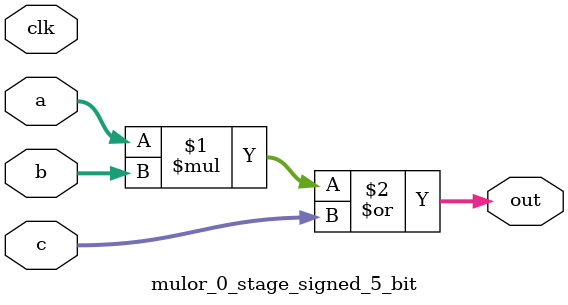
<source format=sv>
(* use_dsp = "yes" *) module mulor_0_stage_signed_5_bit(
	input signed [4:0] a,
	input signed [4:0] b,
	input signed [4:0] c,
	output [4:0] out,
	input clk);

	assign out = (a * b) | c;
endmodule

</source>
